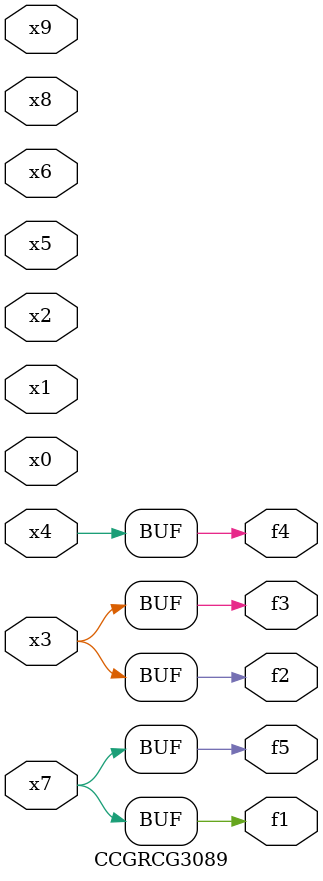
<source format=v>
module CCGRCG3089(
	input x0, x1, x2, x3, x4, x5, x6, x7, x8, x9,
	output f1, f2, f3, f4, f5
);
	assign f1 = x7;
	assign f2 = x3;
	assign f3 = x3;
	assign f4 = x4;
	assign f5 = x7;
endmodule

</source>
